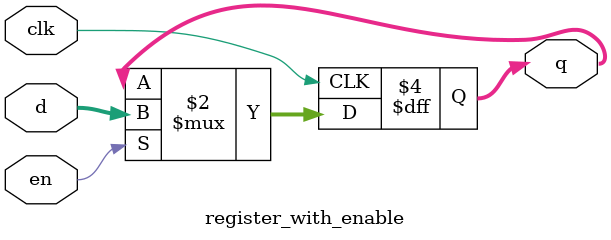
<source format=v>
module register_with_enable(
  input [7:0] d,
  input clk,en,
  output reg [7:0] q
);
  always@(posedge clk) begin
    if(en)
      q<=d;
  end
endmodule

</source>
